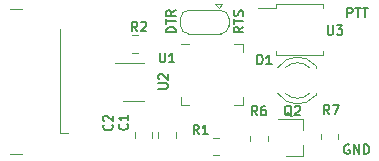
<source format=gto>
G04 #@! TF.GenerationSoftware,KiCad,Pcbnew,5.1.9+dfsg1-1+deb11u1*
G04 #@! TF.CreationDate,2023-08-09T03:16:42+03:00*
G04 #@! TF.ProjectId,PTT-USB-Cable,5054542d-5553-4422-9d43-61626c652e6b,A*
G04 #@! TF.SameCoordinates,Original*
G04 #@! TF.FileFunction,Legend,Top*
G04 #@! TF.FilePolarity,Positive*
%FSLAX46Y46*%
G04 Gerber Fmt 4.6, Leading zero omitted, Abs format (unit mm)*
G04 Created by KiCad (PCBNEW 5.1.9+dfsg1-1+deb11u1) date 2023-08-09 03:16:42*
%MOMM*%
%LPD*%
G01*
G04 APERTURE LIST*
%ADD10C,0.150000*%
%ADD11C,0.120000*%
G04 APERTURE END LIST*
D10*
X63261904Y-102714285D02*
X62461904Y-102714285D01*
X62461904Y-102523809D01*
X62500000Y-102409523D01*
X62576190Y-102333333D01*
X62652380Y-102295238D01*
X62804761Y-102257142D01*
X62919047Y-102257142D01*
X63071428Y-102295238D01*
X63147619Y-102333333D01*
X63223809Y-102409523D01*
X63261904Y-102523809D01*
X63261904Y-102714285D01*
X62461904Y-102028571D02*
X62461904Y-101571428D01*
X63261904Y-101800000D02*
X62461904Y-101800000D01*
X63261904Y-100847619D02*
X62880952Y-101114285D01*
X63261904Y-101304761D02*
X62461904Y-101304761D01*
X62461904Y-101000000D01*
X62500000Y-100923809D01*
X62538095Y-100885714D01*
X62614285Y-100847619D01*
X62728571Y-100847619D01*
X62804761Y-100885714D01*
X62842857Y-100923809D01*
X62880952Y-101000000D01*
X62880952Y-101304761D01*
X68961904Y-102238095D02*
X68580952Y-102504761D01*
X68961904Y-102695238D02*
X68161904Y-102695238D01*
X68161904Y-102390476D01*
X68200000Y-102314285D01*
X68238095Y-102276190D01*
X68314285Y-102238095D01*
X68428571Y-102238095D01*
X68504761Y-102276190D01*
X68542857Y-102314285D01*
X68580952Y-102390476D01*
X68580952Y-102695238D01*
X68161904Y-102009523D02*
X68161904Y-101552380D01*
X68961904Y-101780952D02*
X68161904Y-101780952D01*
X68923809Y-101323809D02*
X68961904Y-101209523D01*
X68961904Y-101019047D01*
X68923809Y-100942857D01*
X68885714Y-100904761D01*
X68809523Y-100866666D01*
X68733333Y-100866666D01*
X68657142Y-100904761D01*
X68619047Y-100942857D01*
X68580952Y-101019047D01*
X68542857Y-101171428D01*
X68504761Y-101247619D01*
X68466666Y-101285714D01*
X68390476Y-101323809D01*
X68314285Y-101323809D01*
X68238095Y-101285714D01*
X68200000Y-101247619D01*
X68161904Y-101171428D01*
X68161904Y-100980952D01*
X68200000Y-100866666D01*
X77940476Y-112250000D02*
X77864285Y-112211904D01*
X77750000Y-112211904D01*
X77635714Y-112250000D01*
X77559523Y-112326190D01*
X77521428Y-112402380D01*
X77483333Y-112554761D01*
X77483333Y-112669047D01*
X77521428Y-112821428D01*
X77559523Y-112897619D01*
X77635714Y-112973809D01*
X77750000Y-113011904D01*
X77826190Y-113011904D01*
X77940476Y-112973809D01*
X77978571Y-112935714D01*
X77978571Y-112669047D01*
X77826190Y-112669047D01*
X78321428Y-113011904D02*
X78321428Y-112211904D01*
X78778571Y-113011904D01*
X78778571Y-112211904D01*
X79159523Y-113011904D02*
X79159523Y-112211904D01*
X79350000Y-112211904D01*
X79464285Y-112250000D01*
X79540476Y-112326190D01*
X79578571Y-112402380D01*
X79616666Y-112554761D01*
X79616666Y-112669047D01*
X79578571Y-112821428D01*
X79540476Y-112897619D01*
X79464285Y-112973809D01*
X79350000Y-113011904D01*
X79159523Y-113011904D01*
X77780952Y-101461904D02*
X77780952Y-100661904D01*
X78085714Y-100661904D01*
X78161904Y-100700000D01*
X78200000Y-100738095D01*
X78238095Y-100814285D01*
X78238095Y-100928571D01*
X78200000Y-101004761D01*
X78161904Y-101042857D01*
X78085714Y-101080952D01*
X77780952Y-101080952D01*
X78466666Y-100661904D02*
X78923809Y-100661904D01*
X78695238Y-101461904D02*
X78695238Y-100661904D01*
X79076190Y-100661904D02*
X79533333Y-100661904D01*
X79304761Y-101461904D02*
X79304761Y-100661904D01*
D11*
X73725000Y-104660000D02*
X75735000Y-104660000D01*
X75735000Y-104660000D02*
X75735000Y-104305000D01*
X73725000Y-104660000D02*
X71715000Y-104660000D01*
X71715000Y-104660000D02*
X71715000Y-104305000D01*
X73725000Y-100340000D02*
X75735000Y-100340000D01*
X75735000Y-100340000D02*
X75735000Y-100695000D01*
X73725000Y-100340000D02*
X71715000Y-100340000D01*
X71715000Y-100340000D02*
X71715000Y-100695000D01*
X71715000Y-100695000D02*
X70250000Y-100695000D01*
X53420000Y-111250000D02*
X54175000Y-111250000D01*
X50250000Y-100705000D02*
X49200000Y-100705000D01*
X50250000Y-112995000D02*
X49200000Y-112995000D01*
X53420000Y-111250000D02*
X53420000Y-102450000D01*
X64415000Y-103690000D02*
X63690000Y-103690000D01*
X68910000Y-108910000D02*
X68910000Y-108185000D01*
X68185000Y-108910000D02*
X68910000Y-108910000D01*
X63690000Y-108910000D02*
X63690000Y-108185000D01*
X64415000Y-108910000D02*
X63690000Y-108910000D01*
X68910000Y-103690000D02*
X68910000Y-104415000D01*
X68185000Y-103690000D02*
X68910000Y-103690000D01*
X66900000Y-100650000D02*
X66600000Y-100350000D01*
X67200000Y-100350000D02*
X66600000Y-100350000D01*
X66900000Y-100650000D02*
X67200000Y-100350000D01*
X67750000Y-101550000D02*
X67750000Y-102150000D01*
X64300000Y-100850000D02*
X67100000Y-100850000D01*
X63650000Y-102150000D02*
X63650000Y-101550000D01*
X67100000Y-102850000D02*
X64300000Y-102850000D01*
X64350000Y-102850000D02*
G75*
G02*
X63650000Y-102150000I0J700000D01*
G01*
X63650000Y-101550000D02*
G75*
G02*
X64350000Y-100850000I700000J0D01*
G01*
X67050000Y-100850000D02*
G75*
G02*
X67750000Y-101550000I0J-700000D01*
G01*
X67750000Y-102150000D02*
G75*
G02*
X67050000Y-102850000I-700000J0D01*
G01*
X59765000Y-111138748D02*
X59765000Y-111661252D01*
X61235000Y-111138748D02*
X61235000Y-111661252D01*
X61765000Y-111138748D02*
X61765000Y-111661252D01*
X63235000Y-111138748D02*
X63235000Y-111661252D01*
X75120000Y-105720000D02*
X75120000Y-105564000D01*
X75120000Y-108036000D02*
X75120000Y-107880000D01*
X72518870Y-105720163D02*
G75*
G02*
X74600961Y-105720000I1041130J-1079837D01*
G01*
X72518870Y-107879837D02*
G75*
G03*
X74600961Y-107880000I1041130J1079837D01*
G01*
X71887665Y-105721392D02*
G75*
G02*
X75120000Y-105564484I1672335J-1078608D01*
G01*
X71887665Y-107878608D02*
G75*
G03*
X75120000Y-108035516I1672335J1078608D01*
G01*
X74060000Y-113230000D02*
X72600000Y-113230000D01*
X74060000Y-110070000D02*
X71900000Y-110070000D01*
X74060000Y-110070000D02*
X74060000Y-111000000D01*
X74060000Y-113230000D02*
X74060000Y-112300000D01*
X66877064Y-111665000D02*
X66422936Y-111665000D01*
X66877064Y-113135000D02*
X66422936Y-113135000D01*
X59572936Y-104435000D02*
X60027064Y-104435000D01*
X59572936Y-102965000D02*
X60027064Y-102965000D01*
X69565000Y-111472936D02*
X69565000Y-111927064D01*
X71035000Y-111472936D02*
X71035000Y-111927064D01*
X75565000Y-111322936D02*
X75565000Y-111777064D01*
X77035000Y-111322936D02*
X77035000Y-111777064D01*
X60600000Y-105290000D02*
X58150000Y-105290000D01*
X58800000Y-108510000D02*
X60600000Y-108510000D01*
D10*
X76115476Y-102111904D02*
X76115476Y-102759523D01*
X76153571Y-102835714D01*
X76191666Y-102873809D01*
X76267857Y-102911904D01*
X76420238Y-102911904D01*
X76496428Y-102873809D01*
X76534523Y-102835714D01*
X76572619Y-102759523D01*
X76572619Y-102111904D01*
X76877380Y-102111904D02*
X77372619Y-102111904D01*
X77105952Y-102416666D01*
X77220238Y-102416666D01*
X77296428Y-102454761D01*
X77334523Y-102492857D01*
X77372619Y-102569047D01*
X77372619Y-102759523D01*
X77334523Y-102835714D01*
X77296428Y-102873809D01*
X77220238Y-102911904D01*
X76991666Y-102911904D01*
X76915476Y-102873809D01*
X76877380Y-102835714D01*
X61890476Y-104461904D02*
X61890476Y-105109523D01*
X61928571Y-105185714D01*
X61966666Y-105223809D01*
X62042857Y-105261904D01*
X62195238Y-105261904D01*
X62271428Y-105223809D01*
X62309523Y-105185714D01*
X62347619Y-105109523D01*
X62347619Y-104461904D01*
X63147619Y-105261904D02*
X62690476Y-105261904D01*
X62919047Y-105261904D02*
X62919047Y-104461904D01*
X62842857Y-104576190D01*
X62766666Y-104652380D01*
X62690476Y-104690476D01*
X57835714Y-110533333D02*
X57873809Y-110571428D01*
X57911904Y-110685714D01*
X57911904Y-110761904D01*
X57873809Y-110876190D01*
X57797619Y-110952380D01*
X57721428Y-110990476D01*
X57569047Y-111028571D01*
X57454761Y-111028571D01*
X57302380Y-110990476D01*
X57226190Y-110952380D01*
X57150000Y-110876190D01*
X57111904Y-110761904D01*
X57111904Y-110685714D01*
X57150000Y-110571428D01*
X57188095Y-110533333D01*
X57188095Y-110228571D02*
X57150000Y-110190476D01*
X57111904Y-110114285D01*
X57111904Y-109923809D01*
X57150000Y-109847619D01*
X57188095Y-109809523D01*
X57264285Y-109771428D01*
X57340476Y-109771428D01*
X57454761Y-109809523D01*
X57911904Y-110266666D01*
X57911904Y-109771428D01*
X59135714Y-110483333D02*
X59173809Y-110521428D01*
X59211904Y-110635714D01*
X59211904Y-110711904D01*
X59173809Y-110826190D01*
X59097619Y-110902380D01*
X59021428Y-110940476D01*
X58869047Y-110978571D01*
X58754761Y-110978571D01*
X58602380Y-110940476D01*
X58526190Y-110902380D01*
X58450000Y-110826190D01*
X58411904Y-110711904D01*
X58411904Y-110635714D01*
X58450000Y-110521428D01*
X58488095Y-110483333D01*
X59211904Y-109721428D02*
X59211904Y-110178571D01*
X59211904Y-109950000D02*
X58411904Y-109950000D01*
X58526190Y-110026190D01*
X58602380Y-110102380D01*
X58640476Y-110178571D01*
X70149523Y-105441904D02*
X70149523Y-104641904D01*
X70340000Y-104641904D01*
X70454285Y-104680000D01*
X70530476Y-104756190D01*
X70568571Y-104832380D01*
X70606666Y-104984761D01*
X70606666Y-105099047D01*
X70568571Y-105251428D01*
X70530476Y-105327619D01*
X70454285Y-105403809D01*
X70340000Y-105441904D01*
X70149523Y-105441904D01*
X71368571Y-105441904D02*
X70911428Y-105441904D01*
X71140000Y-105441904D02*
X71140000Y-104641904D01*
X71063809Y-104756190D01*
X70987619Y-104832380D01*
X70911428Y-104870476D01*
X73073809Y-109838095D02*
X72997619Y-109800000D01*
X72921428Y-109723809D01*
X72807142Y-109609523D01*
X72730952Y-109571428D01*
X72654761Y-109571428D01*
X72692857Y-109761904D02*
X72616666Y-109723809D01*
X72540476Y-109647619D01*
X72502380Y-109495238D01*
X72502380Y-109228571D01*
X72540476Y-109076190D01*
X72616666Y-109000000D01*
X72692857Y-108961904D01*
X72845238Y-108961904D01*
X72921428Y-109000000D01*
X72997619Y-109076190D01*
X73035714Y-109228571D01*
X73035714Y-109495238D01*
X72997619Y-109647619D01*
X72921428Y-109723809D01*
X72845238Y-109761904D01*
X72692857Y-109761904D01*
X73340476Y-109038095D02*
X73378571Y-109000000D01*
X73454761Y-108961904D01*
X73645238Y-108961904D01*
X73721428Y-109000000D01*
X73759523Y-109038095D01*
X73797619Y-109114285D01*
X73797619Y-109190476D01*
X73759523Y-109304761D01*
X73302380Y-109761904D01*
X73797619Y-109761904D01*
X65216666Y-111361904D02*
X64950000Y-110980952D01*
X64759523Y-111361904D02*
X64759523Y-110561904D01*
X65064285Y-110561904D01*
X65140476Y-110600000D01*
X65178571Y-110638095D01*
X65216666Y-110714285D01*
X65216666Y-110828571D01*
X65178571Y-110904761D01*
X65140476Y-110942857D01*
X65064285Y-110980952D01*
X64759523Y-110980952D01*
X65978571Y-111361904D02*
X65521428Y-111361904D01*
X65750000Y-111361904D02*
X65750000Y-110561904D01*
X65673809Y-110676190D01*
X65597619Y-110752380D01*
X65521428Y-110790476D01*
X60016666Y-102611904D02*
X59750000Y-102230952D01*
X59559523Y-102611904D02*
X59559523Y-101811904D01*
X59864285Y-101811904D01*
X59940476Y-101850000D01*
X59978571Y-101888095D01*
X60016666Y-101964285D01*
X60016666Y-102078571D01*
X59978571Y-102154761D01*
X59940476Y-102192857D01*
X59864285Y-102230952D01*
X59559523Y-102230952D01*
X60321428Y-101888095D02*
X60359523Y-101850000D01*
X60435714Y-101811904D01*
X60626190Y-101811904D01*
X60702380Y-101850000D01*
X60740476Y-101888095D01*
X60778571Y-101964285D01*
X60778571Y-102040476D01*
X60740476Y-102154761D01*
X60283333Y-102611904D01*
X60778571Y-102611904D01*
X70166666Y-109761904D02*
X69900000Y-109380952D01*
X69709523Y-109761904D02*
X69709523Y-108961904D01*
X70014285Y-108961904D01*
X70090476Y-109000000D01*
X70128571Y-109038095D01*
X70166666Y-109114285D01*
X70166666Y-109228571D01*
X70128571Y-109304761D01*
X70090476Y-109342857D01*
X70014285Y-109380952D01*
X69709523Y-109380952D01*
X70852380Y-108961904D02*
X70700000Y-108961904D01*
X70623809Y-109000000D01*
X70585714Y-109038095D01*
X70509523Y-109152380D01*
X70471428Y-109304761D01*
X70471428Y-109609523D01*
X70509523Y-109685714D01*
X70547619Y-109723809D01*
X70623809Y-109761904D01*
X70776190Y-109761904D01*
X70852380Y-109723809D01*
X70890476Y-109685714D01*
X70928571Y-109609523D01*
X70928571Y-109419047D01*
X70890476Y-109342857D01*
X70852380Y-109304761D01*
X70776190Y-109266666D01*
X70623809Y-109266666D01*
X70547619Y-109304761D01*
X70509523Y-109342857D01*
X70471428Y-109419047D01*
X76266666Y-109661904D02*
X76000000Y-109280952D01*
X75809523Y-109661904D02*
X75809523Y-108861904D01*
X76114285Y-108861904D01*
X76190476Y-108900000D01*
X76228571Y-108938095D01*
X76266666Y-109014285D01*
X76266666Y-109128571D01*
X76228571Y-109204761D01*
X76190476Y-109242857D01*
X76114285Y-109280952D01*
X75809523Y-109280952D01*
X76533333Y-108861904D02*
X77066666Y-108861904D01*
X76723809Y-109661904D01*
X61761904Y-107509523D02*
X62409523Y-107509523D01*
X62485714Y-107471428D01*
X62523809Y-107433333D01*
X62561904Y-107357142D01*
X62561904Y-107204761D01*
X62523809Y-107128571D01*
X62485714Y-107090476D01*
X62409523Y-107052380D01*
X61761904Y-107052380D01*
X61838095Y-106709523D02*
X61800000Y-106671428D01*
X61761904Y-106595238D01*
X61761904Y-106404761D01*
X61800000Y-106328571D01*
X61838095Y-106290476D01*
X61914285Y-106252380D01*
X61990476Y-106252380D01*
X62104761Y-106290476D01*
X62561904Y-106747619D01*
X62561904Y-106252380D01*
M02*

</source>
